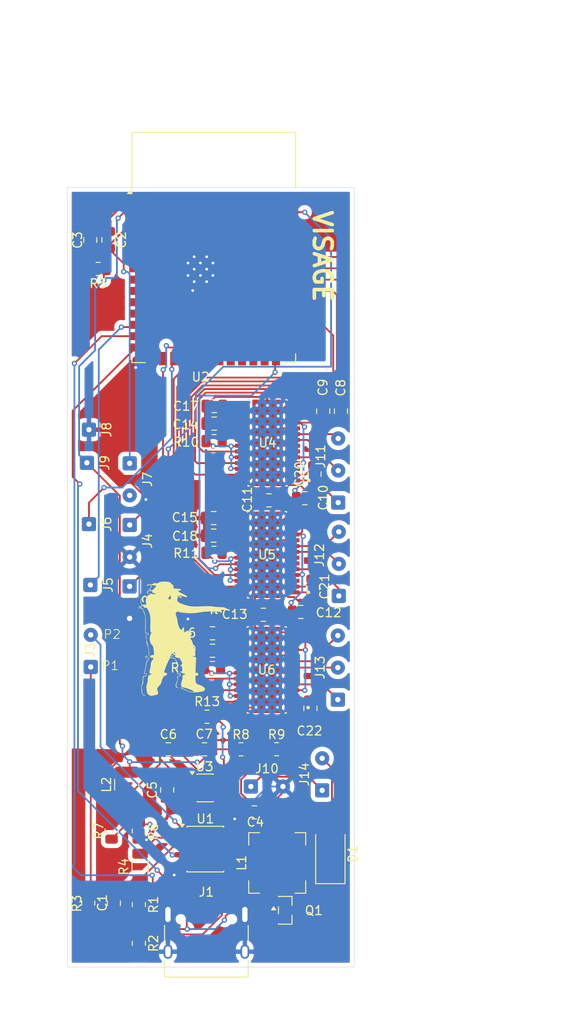
<source format=kicad_pcb>
(kicad_pcb (version 20241229) (generator "pcbnew") (generator_version "9.0")
  (title_block (title "Custom Gimbal PCB") (rev "1.5"))
  (layers (0 "F.Cu" signal) (2 "B.Cu" signal) (13 "F.Paste" user) (15 "B.Paste" user) (5 "F.SilkS" user "F.Silkscreen") (7 "B.SilkS" user "B.Silkscreen") (1 "F.Mask" user) (3 "B.Mask" user) (25 "Edge.Cuts" user))
  (net 0 "")
  (net 1 "GND")
  (net 2 "/+3V3")
  (net 3 "Net-(J6-Pin_1)")
  (net 4 "VM")
  (net 5 "Net-(J7-Pin_1)")
  (net 6 "/D-")
  (net 7 "/D+")
  (net 8 "Net-(J3-Pin_1)")
  (net 9 "Net-(J4-Pin_1)")
  (net 10 "Net-(J5-Pin_1)")
  (net 11 "Net-(J13-Pin_1)")
  (net 12 "/DRV8313-1/+3V3")
  (net 13 "Net-(U6-~{RESET})")
  (net 14 "/DRV8313-2/+3V3")
  (net 15 "/DRV8313-3/+3V3")
  (net 16 "/GPIO-38")
  (net 17 "Net-(U4-V3P3)")
  (net 20 "Net-(U4-CPH)")
  (net 24 "Net-(U4-CPL)")
  (net 26 "/GPIO-42")
  (net 27 "/GPIO-41")
  (net 28 "/GPIO-40")
  (net 29 "/GPIO-39")
  (net 30 "/GPIO-45")
  (net 31 "/GPIO-18")
  (net 32 "/GPIO-20")
  (net 33 "/GPIO-19")
  (net 34 "Net-(U1-CE)")
  (net 35 "Net-(J13-Pin_2)")
  (net 36 "Net-(U1-CSN)")
  (net 37 "Net-(Q1-G)")
  (net 38 "Net-(U1-BAT)")
  (net 40 "Net-(U3-SW)")
  (net 41 "Net-(U3-VBST)")
  (net 42 "Net-(D1-K)")
  (net 43 "Net-(J1-CC2)")
  (net 44 "Net-(J1-CC1)")
  (net 45 "Net-(J2-Pin_1)")
  (net 47 "Net-(J11-Pin_2)")
  (net 48 "Net-(J11-Pin_3)")
  (net 49 "Net-(J11-Pin_1)")
  (net 50 "Net-(J12-Pin_1)")
  (net 51 "Net-(J12-Pin_2)")
  (net 52 "Net-(J12-Pin_3)")
  (net 53 "Net-(J13-Pin_3)")
  (net 54 "Net-(U3-VFB)")
  (net 55 "Net-(U4-~{RESET})")
  (net 56 "Net-(U5-~{RESET})")
  (net 80 "Net-(U5-CPH)")
  (net 85 "Net-(U5-CPL)")
  (net 86 "Net-(U5-V3P3)")
  (net 89 "Net-(U6-CPH)")
  (net 93 "Net-(U6-V3P3)")
  (net 95 "Net-(U6-CPL)")
  (net 96 "Net-(J3-Pin_2)")
  (net 97 "/+12.6V LIVE")
  (net 98 "Net-(U3-EN)")
  (net 99 "Net-(J10-Pin_1)")
  (footprint "Resistor_SMD:R_0805_2012Metric" (layer "F.Cu") (at 64.47 100.84)
    (property "Reference" "R9")
    (property "Value" "3kR")
  )
  (footprint "Capacitor_SMD:C_0805_2012Metric" (layer "F.Cu") (at 62.98 85.74)
    (property "Reference" "C13")
    (property "Value" "10uF")
  )
  (footprint "Resistor_SMD:R_0805_2012Metric" (layer "F.Cu") (at 57.26 91.72)
    (property "Reference" "R12")
    (property "Value" "10kR")
  )
  (footprint "Diode_SMD:D_SMA" (layer "F.Cu") (at 70.51 112.43 90)
    (property "Reference" "D1")
    (property "Value" "SS34")
  )
  (footprint "Connector_Wire:SolderWire-0.1sqmm_1x01_D0.4mm_OD1mm" (layer "F.Cu") (at 43.38 75.56 -90)
    (property "Reference" "J6")
    (property "Value" "U5-DATA")
  )
  (footprint "Capacitor_SMD:C_0805_2012Metric" (layer "F.Cu") (at 67.64 72.65)
    (property "Reference" "C10")
    (property "Value" "0.1uF")
  )
  (footprint "Resistor_SMD:R_0805_2012Metric" (layer "F.Cu") (at 57.44 66.24)
    (property "Reference" "R10")
    (property "Value" "10kR")
  )
  (footprint "Capacitor_SMD:C_0805_2012Metric" (layer "F.Cu") (at 46.18 118.14 90)
    (property "Reference" "C1")
    (property "Value" "10uF")
  )
  (footprint "Resistor_SMD:R_0805_2012Metric" (layer "F.Cu") (at 60.4725 100.85)
    (property "Reference" "R8")
    (property "Value" "10kR")
  )
  (footprint "Capacitor_SMD:C_0805_2012Metric" (layer "F.Cu") (at 57.46 64.27 180)
    (property "Reference" "C14")
    (property "Value" "10uF")
  )
  (footprint "Capacitor_SMD:C_0805_2012Metric" (layer "F.Cu") (at 57.26 89.78 180)
    (property "Reference" "C19")
    (property "Value" "100nF")
  )
  (footprint "DRV8313PWP:SOP65P640X120-29N" (layer "F.Cu") (at 63.39 79 180)
    (property "Reference" "U5")
    (property "Value" "DRV8313PWP")
  )
  (footprint "Package_TO_SOT_SMD:SOT-23" (layer "F.Cu") (at 65.4375 118.93)
    (property "Reference" "Q1")
    (property "Value" "AO3400A")
  )
  (footprint "Connector_Wire:SolderWire-0.1sqmm_1x02_P3.6mm_D0.4mm_OD1mm" (layer "F.Cu") (at 61.58 105.03)
    (property "Reference" "J10")
    (property "Value" "BATTERY")
  )
  (footprint "Resistor_SMD:R_0805_2012Metric" (layer "F.Cu") (at 44.41 46.9 180)
    (property "Reference" "R5")
    (property "Value" "10kR")
  )
  (footprint "Capacitor_SMD:C_0805_2012Metric" (layer "F.Cu") (at 52.31 100.85)
    (property "Reference" "C6")
    (property "Value" "0.1uF")
  )
  (footprint "Capacitor_SMD:C_0805_2012Metric" (layer "F.Cu") (at 57.47 62.3 180)
    (property "Reference" "C17")
    (property "Value" "100nF")
  )
  (footprint "Connector_Wire:SolderWire-0.1sqmm_1x01_D0.4mm_OD1mm" (layer "F.Cu") (at 43.15 68.67 -90)
    (property "Reference" "J9")
    (property "Value" "+3V3 IMU")
  )
  (footprint "Capacitor_SMD:C_0805_2012Metric" (layer "F.Cu") (at 67.18 85.42)
    (property "Reference" "C12")
    (property "Value" "0.1uF")
  )
  (footprint "Capacitor_SMD:C_0805_2012Metric" (layer "F.Cu") (at 56.36 100.85 180)
    (property "Reference" "C7")
    (property "Value" "22uF")
  )
  (footprint "Capacitor_SMD:C_0805_2012Metric" (layer "F.Cu") (at 71.7 62.88 90)
    (property "Reference" "C8")
    (property "Value" "0.1uF")
  )
  (footprint "Resistor_SMD:R_0805_2012Metric" (layer "F.Cu") (at 43.3 118.1175 90)
    (property "Reference" "R3")
    (property "Value" "1kR")
  )
  (footprint "Capacitor_SMD:C_0805_2012Metric" (layer "F.Cu") (at 63.61 72.89)
    (property "Reference" "C11")
    (property "Value" "10uF")
  )
  (footprint "Connector_Wire:SolderWire-0.1sqmm_1x02_P3.6mm_D0.4mm_OD1mm" (layer "F.Cu") (at 69.59 105.46 90)
    (property "Reference" "J14")
    (property "Value" "POWER")
  )
  (footprint "Connector_Wire:SolderWire-0.1sqmm_1x03_P3.6mm_D0.4mm_OD1mm" (layer "F.Cu") (at 71.35 95.27 90)
    (property "Reference" "J13")
    (property "Value" "MOTOR")
  )
  (footprint "Connector_Wire:SolderWire-0.1sqmm_1x02_P3.6mm_D0.4mm_OD1mm" (layer "F.Cu") (at 47.96 75.65 -90)
    (property "Reference" "J4")
    (property "Value" "BOOT")
  )
  (footprint "Connector_Wire:SolderWire-0.1sqmm_1x01_D0.4mm_OD1mm" (layer "F.Cu") (at 43.38 64.95 -90)
    (property "Reference" "J8")
    (property "Value" "GND IMU")
  )
  (footprint "LOGO" (layer "F.Cu") (at 52.54 88.5)
    (property "Reference" "G***")
    (property "Value" "LOGO" (hide yes))
  )
  (footprint "DRV8313PWP:SOP65P640X120-29N" (layer "F.Cu") (at 63.36 91.935 180)
    (property "Reference" "U6")
    (property "Value" "DRV8313PWP")
  )
  (footprint "DRV8313PWP:SOP65P640X120-29N" (layer "F.Cu") (at 63.45 66.43 180)
    (property "Reference" "U4")
    (property "Value" "DRV8313PWP")
  )
  (footprint "Resistor_SMD:R_0805_2012Metric" (layer "F.Cu") (at 57.43 78.78)
    (property "Reference" "R11")
    (property "Value" "10kR")
  )
  (footprint "Package_SO:SOIC-8_3.9x4.9mm_P1.27mm" (layer "F.Cu") (at 56.46 112.06)
    (property "Reference" "U1")
    (property "Value" "CN3303")
  )
  (footprint "Capacitor_SMD:C_0805_2012Metric" (layer "F.Cu") (at 69.71 62.88 -90)
    (property "Reference" "C9")
    (property "Value" "10uF")
  )
  (footprint "Connector_Wire:SolderWire-0.1sqmm_1x03_P3.6mm_D0.4mm_OD1mm" (layer "F.Cu") (at 71.46 83.62 90)
    (property "Reference" "J12")
    (property "Value" "MOTOR")
  )
  (footprint "Capacitor_SMD:C_0805_2012Metric" (layer "F.Cu") (at 52.17 105.41 90)
    (property "Reference" "C5")
    (property "Value" "10uF")
  )
  (footprint "Connector_Wire:SolderWire-0.1sqmm_1x02_P3.6mm_D0.4mm_OD1mm" (layer "F.Cu") (at 47.96 68.73 -90)
    (property "Reference" "J7")
    (property "Value" "RESET")
  )
  (footprint "Capacitor_SMD:C_0805_2012Metric" (layer "F.Cu") (at 43.53 43.65 90)
    (property "Reference" "C3")
    (property "Value" "0.1uF")
  )
  (footprint "Inductor_SMD:L_Bourns-SRN6028" (layer "F.Cu") (at 64.54 113.61 -90)
    (property "Reference" "L1")
    (property "Value" "10uH")
  )
  (footprint "Capacitor_SMD:C_0805_2012Metric" (layer "F.Cu") (at 68.54 82.68 90)
    (property "Reference" "C21")
    (property "Value" "100nF")
  )
  (footprint "Capacitor_SMD:C_0805_2012Metric" (layer "F.Cu") (at 61.97 107.94)
    (property "Reference" "C4")
    (property "Value" "22uF")
  )
  (footprint "Capacitor_SMD:C_0805_2012Metric" (layer "F.Cu") (at 57.27 87.82 180)
    (property "Reference" "C16")
    (property "Value" "10uF")
  )
  (footprint "Resistor_SMD:R_0805_2012Metric" (layer "F.Cu") (at 48.98 110.03 -90)
    (property "Reference" "R6")
    (property "Value" "105kR")
  )
  (footprint "Resistor_SMD:R_0805_2012Metric_Pad1.20x1.40mm_HandSolder" (layer "F.Cu") (at 48.99 118.29 -90)
    (property "Reference" "R1")
    (property "Value" "5.1kR")
  )
  (footprint "Capacitor_SMD:C_0805_2012Metric" (layer "F.Cu") (at 57.4 76.85 180)
    (property "Reference" "C18")
    (property "Value" "100nF")
  )
  (footprint "Capacitor_SMD:C_0805_2012Metric" (layer "F.Cu") (at 68.27 96.25 90)
    (property "Reference" "C22")
    (property "Value" "100nF")
  )
  (footprint "Connector_Wire:SolderWire-0.1sqmm_1x02_P3.6mm_D0.4mm_OD1mm" (layer "F.Cu") (at 43.58 91.6 90)
    (property "Reference" "J3")
    (property "Value" "LED")
  )
  (footprint "Package_TO_SOT_SMD:SOT-23-6" (layer "F.Cu") (at 56.44 105.1875)
    (property "Reference" "U3")
    (property "Value" "TPS563200")
  )
  (footprint "Resistor_SMD:R_0805_2012Metric_Pad1.20x1.40mm_HandSolder" (layer "F.Cu") (at 48.99 122.64 -90)
    (property "Reference" "R2")
    (property "Value" "5.1kR")
  )
  (footprint "Connector_Wire:SolderWire-0.1sqmm_1x02_P3.6mm_D0.4mm_OD1mm" (layer "F.Cu") (at 47.95 82.55 -90)
    (property "Reference" "J2")
    (property "Value" "MODE")
  )
  (footprint "RF_Module:ESP32-S3-WROOM-1" (layer "F.Cu") (at 57.41 44.47)
    (property "Reference" "U2")
    (property "Value" "ESP32-S3-WROOM-1")
  )
  (footprint "Resistor_SMD:R_0805_2012Metric" (layer "F.Cu") (at 56.65 97.19 180)
    (property "Reference" "R13")
    (property "Value" "100kR")
  )
  (footprint "Capacitor_SMD:C_0805_2012Metric" (layer "F.Cu") (at 45.58 43.64 90)
    (property "Reference" "C2")
    (property "Value" "1uF")
  )
  (footprint "Resistor_SMD:R_0805_2012Metric" (layer "F.Cu") (at 45.92 110.0225 90)
    (property "Reference" "R7")
    (property "Value" "1MR")
  )
  (footprint "Connector_Wire:SolderWire-0.1sqmm_1x03_P3.6mm_D0.4mm_OD1mm" (layer "F.Cu") (at 71.39 73.14 90)
    (property "Reference" "J11")
    (property "Value" "MOTOR")
  )
  (footprint "Connector_Wire:SolderWire-0.1sqmm_1x01_D0.4mm_OD1mm" (layer "F.Cu") (at 43.54 82.39 -90)
    (property "Reference" "J5")
    (property "Value" "U5-CLOCK")
  )
  (footprint "Inductor_SMD:L_1210_3225Metric" (layer "F.Cu") (at 47.63 104.82 90)
    (property "Reference" "L2")
    (property "Value" "3.3uH")
  )
  (footprint "Capacitor_SMD:C_0805_2012Metric" (layer "F.Cu") (at 57.4 74.88 180)
    (property "Reference" "C15")
    (property "Value" "10uF")
  )
  (footprint "Capacitor_SMD:C_0805_2012Metric" (layer "F.Cu") (at 68.73 69.94 90)
    (property "Reference" "C20")
    (property "Value" "100nF")
  )
  (footprint "Connector_USB:USB_C_Receptacle_HRO_TYPE-C-31-M-12" (layer "F.Cu") (at 56.58 122.53)
    (property "Reference" "J1")
    (property "Value" "USB_C_Receptacle_USB2.0_14P")
  )
  (footprint "Resistor_SMD:R_1206_3216Metric" (layer "F.Cu") (at 49.13 114.0375 90)
    (property "Reference" "R4")
    (property "Value" "0.1R")
  )
  (gr_rect (start 40.95 37.74) (end 73.2 125.31) (stroke (width 0.05)) (fill no) (layer "Edge.Cuts"))
  (gr_text "P1\n" (at 44.74 92.03 0) (layer "F.SilkS") (effects (font (size 1 1) (thickness 0.1)) (justify left bottom)))
  (gr_text "P2" (at 44.94 88.52 0) (layer "F.SilkS") (effects (font (size 1 1) (thickness 0.1)) (justify left bottom)))
  (gr_text "VISAGE" (at 68.44 40.12 270) (layer "F.SilkS") (effects (font (size 2.016 2.016) (thickness 0.4032) (bold yes)) (justify left bottom)))
  (segment (start 45.58 42.69) (end 45.58 41.34) (width 0.2) (layer "F.Cu") (net 1))
  (segment (start 66.26 90.31) (end 64.985 90.31) (width 0.2) (layer "F.Cu") (net 1))
  (segment (start 50.34 39.21) (end 48.66 39.21) (width 0.2) (layer "F.Cu") (net 1))
  (segment (start 52.17 106.36) (end 54.48 108.67) (width 0.2) (layer "F.Cu") (net 1))
  (segment (start 52.77484 99.824) (end 52.459 100.13984) (width 0.2) (layer "F.Cu") (net 1))
  (segment (start 67.121 71.181) (end 65.500434 71.181) (width 0.2) (layer "F.Cu") (net 1))
  (segment (start 69.71 61.93) (end 66.625 61.93) (width 0.2) (layer "F.Cu") (net 1))
  (segment (start 56.31 87.83) (end 56.32 87.82) (width 0.2) (layer "F.Cu") (net 1))
  (segment (start 65.075 64.805) (end 63.45 66.43) (width 0.2) (layer "F.Cu") (net 1))
  (segment (start 60.55 70.655) (end 61.299999 70.655) (width 0.2) (layer "F.Cu") (net 1))
  (segment (start 43.38 63.24) (end 48.65 57.97) (width 0.2) (layer "F.Cu") (net 1))
  (segment (start 66.35 66.755) (end 64.925 66.755) (width 0.2) (layer "F.Cu") (net 1))
  (segment (start 68.13 85.42) (end 66.461 83.751) (width 0.2) (layer "F.Cu") (net 1))
  (segment (start 43.38 64.95) (end 43.38 63.24) (width 0.2) (layer "F.Cu") (net 1))
  (segment (start 55.91 44.78) (end 50.34 39.21) (width 0.2) (layer "F.Cu") (net 1))
  (segment (start 60.46 96.16) (end 62.135 96.16) (width 0.2) (layer "F.Cu") (net 1))
  (segment (start 49.1 119.4) (end 48.99 119.29) (width 0.2) (layer "F.Cu") (net 1))
  (segment (start 65.015 77.375) (end 63.39 79) (width 0.2) (layer "F.Cu") (net 1))
  (segment (start 63.39 76.925001) (end 63.39 79) (width 0.2) (layer "F.Cu") (net 1))
  (segment (start 43.53 42.7) (end 45.57 42.7) (width 0.2) (layer "F.Cu") (net 1))
  (segment (start 63.39 81.700566) (end 63.39 79) (width 0.2) (layer "F.Cu") (net 1))
  (segment (start 62.66 72.89) (end 62.66 67.22) (width 0.2) (layer "F.Cu") (net 1))
  (segment (start 55.41 100.85) (end 54.384 99.824) (width 0.2) (layer "F.Cu") (net 1))
  (segment (start 56.31 88.21884) (end 58.78884 85.74) (width 0.2) (layer "F.Cu") (net 1))
  (segment (start 62.66 78.27) (end 63.39 79) (width 0.2) (layer "F.Cu") (net 1))
  (segment (start 46.38 119.29) (end 46.18 119.09) (width 0.2) (layer "F.Cu") (net 1))
  (segment (start 60.46 96.16) (end 60.46 99.674) (width 0.2) (layer "F.Cu") (net 1))
  (segment (start 66.625 61.93) (end 66.35 62.205) (width 0.2) (layer "F.Cu") (net 1))
  (segment (start 48.99 123.64) (end 52.2 123.64) (width 0.2) (layer "F.Cu") (net 1))
  (segment (start 47.71 39.21) (end 48.66 39.21) (width 0.2) (layer "F.Cu") (net 1))
  (segment (start 55.04 48.5) (end 55.91 47.63) (width 0.2) (layer "F.Cu") (net 1))
  (segment (start 62.88284 101.841) (end 64.3815 101.841) (width 0.2) (layer "F.Cu") (net 1))
  (segment (start 63.45 68.504999) (end 63.45 66.43) (width 0.2) (layer "F.Cu") (net 1))
  (segment (start 60.46 99.674) (end 60.61 99.824) (width 0.2) (layer "F.Cu") (net 1))
  (segment (start 60.479 104.24484) (end 62.88284 101.841) (width 0.2) (layer "F.Cu") (net 1))
  (segment (start 66.26 92.26) (end 64.835 92.26) (width 0.2) (layer "F.Cu") (net 1))
  (segment (start 56.52 62.3) (end 57.546 61.274) (width 0.2) (layer "F.Cu") (net 1))
  (segment (start 60.61 99.824) (end 64.3665 99.824) (width 0.2) (layer "F.Cu") (net 1))
  (segment (start 52.2 123.64) (end 52.26 123.58) (width 0.2) (layer "F.Cu") (net 1))
  (segment (start 60.9 119.4) (end 64.02 119.4) (width 0.2) (layer "F.Cu") (net 1))
  (segment (start 64.985 90.31) (end 63.36 91.935) (width 0.2) (layer "F.Cu") (net 1))
  (segment (start 57.546 61.274) (end 63.159 61.274) (width 0.2) (layer "F.Cu") (net 1))
  (segment (start 65.18 105.68) (end 65.18 105.03) (width 0.2) (layer "F.Cu") (net 1))
  (segment (start 68.59 72.65) (end 67.121 71.181) (width 0.2) (layer "F.Cu") (net 1))
  (segment (start 66.35 62.205) (end 65.600001 62.205) (width 0.2) (layer "F.Cu") (net 1))
  (segment (start 64.585 87.71) (end 64.56 87.735) (width 0.2) (layer "F.Cu") (net 1))
  (segment (start 65.500434 71.181) (end 63.45 69.130566) (width 0.2) (layer "F.Cu") (net 1))
  (segment (start 52.459 100.13984) (end 52.459 101.56016) (width 0.2) (layer "F.Cu") (net 1))
  (segment (start 62.92 107.94) (end 62.60384 107.94) (width 0.2) (layer "F.Cu") (net 1))
  (segment (start 63.715 79.325) (end 63.39 79) (width 0.2) (layer "F.Cu") (net 1))
  (segment (start 69.71 61.93) (end 71.7 61.93) (width 0.2) (layer "F.Cu") (net 1))
  (segment (start 62.03 85.74) (end 62.03 90.605) (width 0.2) (layer "F.Cu") (net 1))
  (segment (start 56.31 89.78) (end 56.31 87.83) (width 0.2) (layer "F.Cu") (net 1))
  (segment (start 55.04 49.33) (end 55.04 48.5) (width 0.2) (layer "F.Cu") (net 1))
  (segment (start 54.48 108.67) (end 59.76 108.67) (width 0.2) (layer "F.Cu") (net 1))
  (segment (start 66.26 92.91) (end 64.335 92.91) (width 0.2) (layer "F.Cu") (net 1))
  (segment (start 49.050735 111.013235) (end 48.98 110.9425) (width 0.2) (layer "F.Cu") (net 1))
  (segment (start 65.025 67.405) (end 64.65 67.03) (width 0.2) (layer "F.Cu") (net 1))
  (segment (start 54.71 86.21) (end 54.5 86.21) (width 0.2) (layer "F.Cu") (net 1))
  (segment (start 60.745 119.4) (end 59.83 118.485) (width 0.2) (layer "F.Cu") (net 1))
  (segment (start 58.78884 85.74) (end 62.03 85.74) (width 0.2) (layer "F.Cu") (net 1))
  (segment (start 52.17 108.4525) (end 49.68 110.9425) (width 0.2) (layer "F.Cu") (net 1))
  (segment (start 62.60384 107.94) (end 60.479 105.81516) (width 0.2) (layer "F.Cu") (net 1))
  (segment (start 61.299999 70.655) (end 63.45 68.504999) (width 0.2) (layer "F.Cu") (net 1))
  (segment (start 56.45 74.88) (end 58.44 72.89) (width 0.2) (layer "F.Cu") (net 1))
  (segment (start 52.96 114.97) (end 52.98 114.97) (width 0.2) (layer "F.Cu") (net 1))
  (segment (start 63.45 61.565) (end 63.45 66.43) (width 0.2) (layer "F.Cu") (net 1))
  (segment (start 45.58 41.34) (end 47.71 39.21) (width 0.2) (layer "F.Cu") (net 1))
  (segment (start 64.835 92.26) (end 64.56 92.535) (width 0.2) (layer "F.Cu") (net 1))
  (segment (start 60.46 90.96) (end 62.385 90.96) (width 0.2) (layer "F.Cu") (net 1))
  (segment (start 60.479 105.81516) (end 60.479 104.24484) (width 0.2) (layer "F.Cu") (net 1))
  (segment (start 49.843235 111.013235) (end 49.050735 111.013235) (width 0.2) (layer "F.Cu") (net 1))
  (segment (start 56.52 62.3) (end 56.52 64.26) (width 0.2) (layer "F.Cu") (net 1))
  (segment (start 64.33 39.21) (end 66.16 39.21) (width 0.2) (layer "F.Cu") (net 1))
  (segment (start 63.39 81.074999) (end 63.39 79) (width 0.2) (layer "F.Cu") (net 1))
  (segment (start 60.55 65.455) (end 62.475 65.455) (width 0.2) (layer "F.Cu") (net 1))
  (segment (start 52.26 119.4) (end 52.415 119.4) (width 0.2) (layer "F.Cu") (net 1))
  (segment (start 48.99 119.29) (end 46.38 119.29) (width 0.2) (layer "F.Cu") (net 1))
  (segment (start 62.92 107.94) (end 65.18 105.68) (width 0.2) (layer "F.Cu") (net 1))
  (segment (start 65.440434 83.751) (end 63.39 81.700566) (width 0.2) (layer "F.Cu") (net 1))
  (segment (start 45.57 42.7) (end 45.58 42.69) (width 0.2) (layer "F.Cu") (net 1))
  (segment (start 66.26 87.71) (end 64.585 87.71) (width 0.2) (layer "F.Cu") (net 1))
  (segment (start 66.29 79.325) (end 63.715 79.325) (width 0.2) (layer "F.Cu") (net 1))
  (segment (start 62.66 67.22) (end 63.45 66.43) (width 0.2) (layer "F.Cu") (net 1))
  (segment (start 62.03 80.36) (end 63.39 79) (width 0.2) (layer "F.Cu") (net 1))
  (segment (start 64.02 119.4) (end 64.5 119.88) (width 0.2) (layer "F.Cu") (net 1))
  (segment (start 60.9 119.4) (end 60.745 119.4) (width 0.2) (layer "F.Cu") (net 1))
  (segment (start 62.03 90.605) (end 63.36 91.935) (width 0.2) (layer "F.Cu") (net 1))
  (segment (start 56.31 89.78) (end 56.31 88.21884) (width 0.2) (layer "F.Cu") (net 1))
  (segment (start 65.600001 62.205) (end 63.45 64.355001) (width 0.2) (layer "F.Cu") (net 1))
  (segment (start 60.9 119.4) (end 60.9 123.58) (width 0.2) (layer "F.Cu") (net 1))
  (segment (start 52.17 106.36) (end 52.17 108.4525) (width 0.2) (layer "F.Cu") (net 1))
  (segment (start 49.68 110.9425) (end 48.98 110.9425) (width 0.2) (layer "F.Cu") (net 1))
  (segment (start 52.459 101.56016) (end 55.13634 104.2375) (width 0.2) (layer "F.Cu") (net 1))
  (segment (start 55.13634 104.2375) (end 55.3025 104.2375) (width 0.2) (layer "F.Cu") (net 1))
  (segment (start 66.29 74.775) (end 65.540001 74.775) (width 0.2) (layer "F.Cu") (net 1))
  (segment (start 64.3665 99.824) (end 65.3825 100.84) (width 0.2) (layer "F.Cu") (net 1))
  (segment (start 62.03 85.74) (end 62.03 80.36) (width 0.2) (layer "F.Cu") (net 1))
  (segment (start 56.436 99.824) (end 60.61 99.824) (width 0.2) (layer "F.Cu") (net 1))
  (segment (start 62.385 90.96) (end 63.36 91.935) (width 0.2) (layer "F.Cu") (net 1))
  (segment (start 63.45 64.355001) (end 63.45 66.43) (width 0.2) (layer "F.Cu") (net 1))
  (segment (start 64.3815 101.841) (end 65.3825 100.84) (width 0.2) (layer "F.Cu") (net 1))
  (segment (start 64.925 66.755) (end 64.65 67.03) (width 0.2) (layer "F.Cu") (net 1))
  (segment (start 43.38 64.95) (end 43.38 66.1829) (width 0.2) (layer "F.Cu") (net 1))
  (segment (start 66.35 64.805) (end 65.075 64.805) (width 0.2) (layer "F.Cu") (net 1))
  (segment (start 60.49 78.025) (end 62.415 78.025) (width 0.2) (layer "F.Cu") (net 1))
  (segment (start 65.540001 74.775) (end 63.39 76.925001) (width 0.2) (layer "F.Cu") (net 1))
  (segment (start 60.9 123.58) (end 52.26 123.58) (width 0.2) (layer "F.Cu") (net 1))
  (segment (start 58.44 72.89) (end 62.66 72.89) (width 0.2) (layer "F.Cu") (net 1))
  (segment (start 62.135 96.16) (end 62.16 96.135) (width 0.2) (layer "F.Cu") (net 1))
  (segment (start 55.91 46.93) (end 55.91 44.78) (width 0.2) (layer "F.Cu") (net 1))
  (segment (start 62.66 72.89) (end 62.66 78.27) (width 0.2) (layer "F.Cu") (net 1))
  (segment (start 66.35 67.405) (end 65.025 67.405) (width 0.2) (layer "F.Cu") (net 1))
  (segment (start 56.61 46.93) (end 64.33 39.21) (width 0.2) (layer "F.Cu") (net 1))
  (segment (start 52.415 119.4) (end 53.33 118.485) (width 0.2) (layer "F.Cu") (net 1))
  (segment (start 49.78 72.5829) (end 49.78 72.8) (width 0.2) (layer "F.Cu") (net 1))
  (segment (start 56.45 76.85) (end 56.45 74.88) (width 0.2) (layer "F.Cu") (net 1))
  (segment (start 64.335 92.91) (end 63.36 91.935) (width 0.2) (layer "F.Cu") (net 1))
  (segment (start 55.41 100.85) (end 56.436 99.824) (width 0.2) (layer "F.Cu") (net 1))
  (segment (start 52.26 119.4) (end 49.1 119.4) (width 0.2) (layer "F.Cu") (net 1))
  (segment (start 54.384 99.824) (end 52.77484 99.824) (width 0.2) (layer "F.Cu") (net 1))
  (segment (start 52.98 114.97) (end 53.985 113.965) (width 0.2) (layer "F.Cu") (net 1))
  (segment (start 63.159 61.274) (end 63.45 61.565) (width 0.2) (layer "F.Cu") (net 1))
  (segment (start 62.475 65.455) (end 63.45 66.43) (width 0.2) (layer "F.Cu") (net 1))
  (segment (start 56.52 64.26) (end 56.51 64.27) (width 0.2) (layer "F.Cu") (net 1))
  (segment (start 63.45 69.130566) (end 63.45 66.43) (width 0.2) (layer "F.Cu") (net 1))
  (segment (start 66.461 83.751) (end 65.440434 83.751) (width 0.2) (layer "F.Cu") (net 1))
  (segment (start 61.239999 83.225) (end 63.39 81.074999) (width 0.2) (layer "F.Cu") (net 1))
  (segment (start 66.29 79.975) (end 66.29 79.325) (width 0.2) (layer "F.Cu") (net 1))
  (segment (start 56.32 87.82) (end 54.71 86.21) (width 0.2) (layer "F.Cu") (net 1))
  (segment (start 43.38 66.1829) (end 49.78 72.5829) (width 0.2) (layer "F.Cu") (net 1))
  (segment (start 66.29 77.375) (end 65.015 77.375) (width 0.2) (layer "F.Cu") (net 1))
  (segment (start 60.49 83.225) (end 61.239999 83.225) (width 0.2) (layer "F.Cu") (net 1))
  (segment (start 62.415 78.025) (end 63.39 79) (width 0.2) (layer "F.Cu") (net 1))
  (via (at 52.96 114.97) (size 0.6) (drill 0.3) (layers "F.Cu" "B.Cu") (net 1))
  (via (at 49.843235 111.013235) (size 0.6) (drill 0.3) (layers "F.Cu" "B.Cu") (net 1))
  (via (at 59.76 108.67) (size 0.6) (drill 0.3) (layers "F.Cu" "B.Cu") (net 1))
  (via (at 54.5 86.21) (size 0.6) (drill 0.3) (layers "F.Cu" "B.Cu") (net 1))
  (via (at 55.04 49.33) (size 0.6) (drill 0.3) (layers "F.Cu" "B.Cu") (net 1))
  (via (at 49.78 72.8) (size 0.6) (drill 0.3) (layers "F.Cu" "B.Cu") (net 1))
  (via (at 48.65 57.97) (size 0.6) (drill 0.3) (layers "F.Cu" "B.Cu") (net 1))
  (segment (start 47.95 86.15) (end 49.051 85.049) (width 0.2) (layer "B.Cu") (net 1))
  (segment (start 48.65 55.72) (end 55.04 49.33) (width 0.2) (layer "B.Cu") (net 1))
  (segment (start 52.26 119.4) (end 52.26 115.67) (width 0.2) (layer "B.Cu") (net 1))
  (segment (start 54.5 86.21) (end 54.44 86.15) (width 0.2) (layer "B.Cu") (net 1))
  (segment (start 52.96 114.97) (end 49.843235 111.853235) (width 0.2) (layer "B.Cu") (net 1))
  (segment (start 49.78 77.43) (end 47.96 79.25) (width 0.2) (layer "B.Cu") (net 1))
  (segment (start 52.26 123.58) (end 52.26 119.4) (width 0.2) (layer "B.Cu") (net 1))
  (segment (start 49.051 85.049) (end 49.051 80.341) (width 0.2) (layer "B.Cu") (net 1))
  (segment (start 54.44 86.15) (end 47.95 86.15) (width 0.2) (layer "B.Cu") (net 1))
  (segment (start 49.78 72.8) (end 49.78 77.43) (width 0.2) (layer "B.Cu") (net 1))
  (segment (start 59.76 108.67) (end 59.82616 108.67) (width 0.2) (layer "B.Cu") (net 1))
  (segment (start 63.46616 105.03) (end 65.18 105.03) (width 0.2) (layer "B.Cu") (net 1))
  (segment (start 48.65 57.97) (end 48.65 55.72) (width 0.2) (layer "B.Cu") (net 1))
  (segment (start 49.843235 111.853235) (end 49.843235 111.013235) (width 0.2) (layer "B.Cu") (net 1))
  (segment (start 49.051 80.341) (end 47.96 79.25) (width 0.2) (layer "B.Cu") (net 1))
  (segment (start 52.26 115.67) (end 52.96 114.97) (width 0.2) (layer "B.Cu") (net 1))
  (segment (start 59.82616 108.67) (end 63.46616 105.03) (width 0.2) (layer "B.Cu") (net 1))
  (segment (start 48.66 40.48) (end 47.38 40.48) (width 0.2) (layer "F.Cu") (net 2))
  (segment (start 46.849 100.189) (end 47.15 100.49) (width 0.2) (layer "F.Cu") (net 2))
  (segment (start 47.96 103.09) (end 47.63 103.42) (width 0.2) (layer "F.Cu") (net 2))
  (segment (start 47.38 40.48) (end 46.66 41.2) (width 0.2) (layer "F.Cu") (net 2))
  (segment (start 46.849 72.369) (end 46.849 100.189) (width 0.2) (layer "F.Cu") (net 2))
  (segment (start 47.96 102.26) (end 47.96 103.09) (width 0.2) (layer "F.Cu") (net 2))
  (segment (start 45.06 47.1625) (end 45.3225 46.9) (width 0.2) (layer "F.Cu") (net 2))
  (segment (start 57.31 100.85) (end 59.56 100.85) (width 0.2) (layer "F.Cu") (net 2))
  (segment (start 55.864265 102.295735) (end 55.554265 102.295735) (width 0.2) (layer "F.Cu") (net 2))
  (segment (start 57.31 100.85) (end 55.864265 102.295735) (width 0.2) (layer "F.Cu") (net 2))
  (segment (start 43.15 68.67) (end 46.849 72.369) (width 0.2) (layer "F.Cu") (net 2))
  (segment (start 45.06 48.19) (end 45.06 47.1625) (width 0.2) (layer "F.Cu") (net 2))
  (via (at 46.66 41.2) (size 0.6) (drill 0.3) (layers "F.Cu" "B.Cu") (net 2))
  (via (at 47.96 102.26) (size 0.6) (drill 0.3) (layers "F.Cu" "B.Cu") (net 2))
  (via (at 47.15 100.49) (size 0.6) (drill 0.3) (layers "F.Cu" "B.Cu") (net 2))
  (via (at 55.554265 102.295735) (size 0.6) (drill 0.3) (layers "F.Cu" "B.Cu") (net 2))
  (via (at 45.06 48.19) (size 0.6) (drill 0.3) (layers "F.Cu" "B.Cu") (net 2))
  (segment (start 44.08 56.029943) (end 44.08 49.17) (width 0.2) (layer "B.Cu") (net 2))
  (segment (start 42.279 57.830943) (end 44.08 56.029943) (width 0.2) (layer "B.Cu") (net 2))
  (segment (start 47.15 100.49) (end 47.15 101.45) (width 0.2) (layer "B.Cu") (net 2))
  (segment (start 47.995735 102.295735) (end 47.96 102.26) (width 0.2) (layer "B.Cu") (net 2))
  (segment (start 55.554265 102.295735) (end 47.995735 102.295735) (width 0.2) (layer "B.Cu") (net 2))
  (segment (start 46.52 41.34) (end 46.52 47.91) (width 0.2) (layer "B.Cu") (net 2))
  (segment (start 42.279 67.799) (end 42.279 57.830943) (width 0.2) (layer "B.Cu") (net 2))
  (segment (start 43.15 68.67) (end 42.279 67.799) (width 0.2) (layer "B.Cu") (net 2))
  (segment (start 46.66 41.2) (end 46.52 41.34) (width 0.2) (layer "B.Cu") (net 2))
  (segment (start 46.52 47.91) (end 45.34 47.91) (width 0.2) (layer "B.Cu") (net 2))
  (segment (start 45.34 47.91) (end 45.06 48.19) (width 0.2) (layer "B.Cu") (net 2))
  (segment (start 47.15 101.45) (end 47.96 102.26) (width 0.2) (layer "B.Cu") (net 2))
  (segment (start 44.08 49.17) (end 45.06 48.19) (width 0.2) (layer "B.Cu") (net 2))
  (segment (start 43.38 75.56) (end 43.38 73.150528) (width 0.2) (layer "F.Cu") (net 3))
  (segment (start 52.69 57.245) (end 52.965 56.97) (width 0.2) (layer "F.Cu") (net 3))
  (segment (start 52.69 58.17) (end 52.69 57.245) (width 0.2) (layer "F.Cu") (net 3))
  (segment (start 43.38 73.150528) (end 45.081 71.449528) (width 0.2) (layer "F.Cu") (net 3))
  (via (at 52.69 58.17) (size 0.6) (drill 0.3) (layers "F.Cu" "B.Cu") (net 3))
  (via (at 45.081 71.449528) (size 0.6) (drill 0.3) (layers "F.Cu" "B.Cu") (net 3))
  (segment (start 47.126632 71.449528) (end 52.69 65.88616) (width 0.2) (layer "B.Cu") (net 3))
  (segment (start 52.69 65.88616) (end 52.69 58.17) (width 0.2) (layer "B.Cu") (net 3))
  (segment (start 45.081 71.449528) (end 47.126632 71.449528) (width 0.2) (layer "B.Cu") (net 3))
  (segment (start 69.71 63.83) (end 71.7 63.83) (width 0.2) (layer "F.Cu") (net 4))
  (segment (start 66.23 85.42) (end 67.7 86.89) (width 0.2) (layer "F.Cu") (net 4))
  (segment (start 69.385 64.155) (end 66.35 64.155) (width 0.2) (layer "F.Cu") (net 4))
  (segment (start 66.1 85.29) (end 66.23 85.42) (width 0.2) (layer "F.Cu") (net 4))
  (segment (start 67.341 76.423999) (end 67.039999 76.725) (width 0.2) (layer "F.Cu") (net 4))
  (segment (start 66.52 71.781) (end 66.52 72.48) (width 0.2) (layer "F.Cu") (net 4))
  (segment (start 67.6 64.640189) (end 67.114811 64.155) (width 0.2) (layer "F.Cu") (net 4))
  (segment (start 66.45 72.89) (end 66.69 72.65) (width 0.2) (layer "F.Cu") (net 4))
  (segment (start 64.56 72.89) (end 66.45 72.89) (width 0.2) (layer "F.Cu") (net 4))
  (segment (start 66.26 94.21) (end 67.61 94.21) (width 0.2) (layer "F.Cu") (net 4))
  (segment (start 67.114811 64.155) (end 66.35 64.155) (width 0.2) (layer "F.Cu") (net 4))
  (segment (start 66.69 72.65) (end 67.341 73.301) (width 0.2) (layer "F.Cu") (net 4))
  (segment (start 66.29 89.69) (end 66.26 89.66) (width 0.2) (layer "F.Cu") (net 4))
  (segment (start 66.29 81.275) (end 67.304945 81.275) (width 0.2) (layer "F.Cu") (net 4))
  (segment (start 64.25 85.42) (end 63.93 85.74) (width 0.2) (layer "F.Cu") (net 4))
  (segment (start 67.464279 76.917124) (end 67.272155 76.725) (width 0.2) (layer "F.Cu") (net 4))
  (segment (start 67.7 89.69) (end 66.29 89.69) (width 0.2) (layer "F.Cu") (net 4))
  (segment (start 66.1 84.37) (end 66.1 85.29) (width 0.2) (layer "F.Cu") (net 4))
  (segment (start 67.272155 76.725) (end 66.29 76.725) (width 0.2) (layer "F.Cu") (net 4))
  (segment (start 67.7 86.89) (end 67.7 89.69) (width 0.2) (layer "F.Cu") (net 4))
  (segment (start 67.304945 81.275) (end 67.354945 81.225) (width 0.2) (layer "F.Cu") (net 4))
  (segment (start 67.61 94.21) (end 67.63 94.23) (width 0.2) (layer "F.Cu") (net 4))
  (segment (start 66.23 85.42) (end 64.25 85.42) (width 0.2) (layer "F.Cu") (net 4))
  (segment (start 66.52 72.48) (end 66.69 72.65) (width 0.2) (layer "F.Cu") (net 4))
  (segment (start 66.35 68.705) (end 67.442152 68.705) (width 0.2) (layer "F.Cu") (net 4))
  (segment (start 67.442152 68.705) (end 67.492152 68.655) (width 0.2) (layer "F.Cu") (net 4))
  (segment (start 67.039999 76.725) (end 66.29 76.725) (width 0.2) (layer "F.Cu") (net 4))
  (segment (start 69.71 63.83) (end 69.385 64.155) (width 0.2) (layer "F.Cu") (net 4))
  (segment (start 67.341 73.301) (end 67.341 76.423999) (width 0.2) (layer "F.Cu") (net 4))
  (via (at 67.6 64.640189) (size 0.6) (drill 0.3) (layers "F.Cu" "B.Cu") (net 4))
  (via (at 66.52 71.781) (size 0.6) (drill 0.3) (layers "F.Cu" "B.Cu") (net 4))
  (via (at 67.354945 81.225) (size 0.6) (drill 0.3) (layers "F.Cu" "B.Cu") (net 4))
  (via (at 67.7 89.69) (size 0.6) (drill 0.3) (layers "F.Cu" "B.Cu") (net 4))
  (via (at 66.1 84.37) (size 0.6) (drill 0.3) (layers "F.Cu" "B.Cu") (net 4))
  (via (at 67.492152 68.655) (size 0.6) (drill 0.3) (layers "F.Cu" "B.Cu") (net 4))
  (via (at 67.63 94.23) (size 0.6) (drill 0.3) (layers "F.Cu" "B.Cu") (net 4))
  (via (at 67.464279 76.917124) (size 0.6) (drill 0.3) (layers "F.Cu" "B.Cu") (net 4))
  (segment (start 67.492152 70.808848) (end 66.52 71.781) (width 0.2) (layer "B.Cu") (net 4))
  (segment (start 67.354945 83.115055) (end 66.1 84.37) (width 0.2) (layer "B.Cu") (net 4))
  (segment (start 67.492152 64.748037) (end 67.6 64.640189) (width 0.2) (layer "B.Cu") (net 4))
  (segment (start 67.63 94.23) (end 67.7 94.16) (width 0.2) (layer "B.Cu") (net 4))
  (segment (start 67.492152 68.655) (end 67.492152 64.748037) (width 0.2) (layer "B.Cu") (net 4))
  (segment (start 67.354945 81.225) (end 67.354945 83.115055) (width 0.2) (layer "B.Cu") (net 4))
  (segment (start 67.492152 68.655) (end 67.492152 70.808848) (width 0.2) (layer "B.Cu") (net 4))
  (segment (start 67.354945 81.225) (end 67.354945 77.026458) (width 0.2) (layer "B.Cu") (net 4))
  (segment (start 67.7 94.16) (end 67.7 89.69) (width 0.2) (layer "B.Cu") (net 4))
  (segment (start 67.354945 77.026458) (end 67.464279 76.917124) (width 0.2) (layer "B.Cu") (net 4))
  (segment (start 45.57 44.6) (end 45.58 44.59) (width 0.2) (layer "F.Cu") (net 5))
  (segment (start 43.4975 44.6325) (end 43.53 44.6) (width 0.2) (layer "F.Cu") (net 5))
  (segment (start 43.53 44.6) (end 45.57 44.6) (width 0.2) (layer "F.Cu") (net 5))
  (segment (start 45.58 44.298) (end 48.128 41.75) (width 0.2) (layer "F.Cu") (net 5))
  (segment (start 43.4975 46.9) (end 43.4975 44.6325) (width 0.2) (layer "F.Cu") (net 5))
  (segment (start 45.58 44.59) (end 47.29 46.3) (width 0.2) (layer "F.Cu") (net 5))
  (segment (start 45.58 44.59) (end 45.58 44.298) (width 0.2) (layer "F.Cu") (net 5))
  (segment (start 48.128 41.75) (end 48.66 41.75) (width 0.2) (layer "F.Cu") (net 5))
  (segment (start 47.29 46.3) (end 47.29 47.21) (width 0.2) (layer "F.Cu") (net 5))
  (via (at 47.29 47.21) (size 0.6) (drill 0.3) (layers "F.Cu" "B.Cu") (net 5))
  (segment (start 47.71 47.21) (end 47.96 47.46) (width 0.2) (layer "B.Cu") (net 5))
  (segment (start 47.96 68.73) (end 47.96 47.46) (width 0.2) (layer "B.Cu") (net 5))
  (segment (start 47.29 47.21) (end 47.71 47.21) (width 0.2) (layer "B.Cu") (net 5))
  (segment (start 56.83 117.508) (end 56.83 118.485) (width 0.2) (layer "F.Cu") (net 6))
  (segment (start 55.83 117.4629) (end 55.1971 116.83) (width 0.2) (layer "F.Cu") (net 6))
  (segment (start 55.83 118.485) (end 55.83 117.508) (width 0.2) (layer "F.Cu") (net 6))
  (segment (start 50.55 116.83) (end 50.55 115.06) (width 0.2) (layer "F.Cu") (net 6))
  (segment (start 55.879 117.459) (end 56.781 117.459) (width 0.2) (layer "F.Cu") (net 6))
  (segment (start 50.55 115.06) (end 50.484265 114.994265) (width 0.2) (layer "F.Cu") (net 6))
  (segment (start 55.1971 116.83) (end 50.55 116.83) (width 0.2) (layer "F.Cu") (net 6))
  (segment (start 41.75 57.51) (end 44.81 54.45) (width 0.2) (layer "F.Cu") (net 6))
  (segment (start 55.83 117.508) (end 55.879 117.459) (width 0.2) (layer "F.Cu") (net 6))
  (segment (start 56.781 117.459) (end 56.83 117.508) (width 0.2) (layer "F.Cu") (net 6))
  (segment (start 55.83 117.508) (end 55.83 117.4629) (width 0.2) (layer "F.Cu") (net 6))
  (segment (start 44.81 54.45) (end 48.66 54.45) (width 0.2) (layer "F.Cu") (net 6))
  (via (at 41.75 57.51) (size 0.6) (drill 0.3) (layers "F.Cu" "B.Cu") (net 6))
  (via (at 50.484265 114.994265) (size 0.6) (drill 0.3) (layers "F.Cu" "B.Cu") (net 6))
  (segment (start 42.494265 114.994265) (end 41.551 114.051) (width 0.2) (layer "B.Cu") (net 6))
  (segment (start 50.484265 114.994265) (end 42.494265 114.994265) (width 0.2) (layer "B.Cu") (net 6))
  (segment (start 41.551 113.92) (end 41.75 113.721) (width 0.2) (layer "B.Cu") (net 6))
  (segment (start 41.551 114.051) (end 41.551 113.92) (width 0.2) (layer "B.Cu") (net 6))
  (segment (start 41.75 113.721) (end 41.75 57.51) (width 0.2) (layer "B.Cu") (net 6))
  (segment (start 42.35 71.05) (end 41.551 70.251) (width 0.2) (layer "F.Cu") (net 7))
  (segment (start 57.33 118.485) (end 57.33 117.4409) (width 0.2) (layer "F.Cu") (net 7))
  (segment (start 52.192375 115.571) (end 51.049952 114.428577) (width 0.2) (layer "F.Cu") (net 7))
  (segment (start 57.33 119.37) (end 57.33 118.485) (width 0.2) (layer "F.Cu") (net 7))
  (segment (start 57.189 119.511) (end 57.33 119.37) (width 0.2) (layer "F.Cu") (net 7))
  (segment (start 41.551 62.829) (end 48.66 55.72) (width 0.2) (layer "F.Cu") (net 7))
  (segment (start 57.33 117.4409) (end 55.4601 115.571) (width 0.2) (layer "F.Cu") (net 7))
  (segment (start 56.33 119.462) (end 56.379 119.511) (width 0.2) (layer "F.Cu") (net 7))
  (segment (start 56.379 119.511) (end 57.189 119.511) (width 0.2) (layer "F.Cu") (net 7))
  (segment (start 55.4601 115.571) (end 52.192375 115.571) (width 0.2) (layer "F.Cu") (net 7))
  (segment (start 56.33 118.485) (end 56.33 119.462) (width 0.2) (layer "F.Cu") (net 7))
  (segment (start 41.551 70.251) (end 41.551 62.829) (width 0.2) (layer "F.Cu") (net 7))
  (via (at 42.35 71.05) (size 0.6) (drill 0.3) (layers "F.Cu" "B.Cu") (net 7))
  (via (at 51.049952 114.428577) (size 0.6) (drill 0.3) (layers "F.Cu" "B.Cu") (net 7))
  (segment (start 51.049952 114.428577) (end 42.151 105.529625) (width 0.2) (layer "B.Cu") (net 7))
  (segment (start 42.151 71.249) (end 42.35 71.05) (width 0.2) (layer "B.Cu") (net 7))
  (segment (start 42.151 105.529625) (end 42.151 71.249) (width 0.2) (layer "B.Cu") (net 7))
  (segment (start 43.58 116.925) (end 43.3 117.205) (width 0.2) (layer "F.Cu") (net 8))
  (segment (start 43.58 91.6) (end 43.58 116.925) (width 0.2) (layer "F.Cu") (net 8))
  (segment (start 52.07 55.52) (end 52.27 55.72) (width 0.2) (layer "F.Cu") (net 9))
  (segment (start 47.96 75.65) (end 51.701 71.909) (width 0.2) (layer "F.Cu") (net 9))
  (segment (start 52.27 55.72) (end 66.16 55.72) (width 0.2) (layer "F.Cu") (net 9))
  (segment (start 51.701 58.249002) (end 51.73 58.220002) (width 0.2) (layer "F.Cu") (net 9))
  (segment (start 51.701 71.909) (end 51.701 58.249002) (width 0.2) (layer "F.Cu") (net 9))
  (via (at 51.73 58.220002) (size 0.6) (drill 0.3) (layers "F.Cu" "B.Cu") (net 9))
  (via (at 52.07 55.52) (size 0.6) (drill 0.3) (layers "F.Cu" "B.Cu") (net 9))
  (segment (start 51.73 58.220002) (end 52.07 57.880002) (width 0.2) (layer "B.Cu") (net 9))
  (segment (start 52.07 57.880002) (end 52.07 55.52) (width 0.2) (layer "B.Cu") (net 9))
  (segment (start 48.41 53.43) (end 48.66 53.18) (width 0.2) (layer "F.Cu") (net 10))
  (segment (start 47.02 53.43) (end 48.41 53.43) (width 0.2) (layer "F.Cu") (net 10))
  (via (at 47.02 53.43) (size 0.6) (drill 0.3) (layers "F.Cu" "B.Cu") (net 10))
  (segment (start 44.481 55.969) (end 47.02 53.43) (width 0.2) (layer "B.Cu") (net 10))
  (segment (start 43.54 82.39) (end 44.481 81.449) (width 0.2) (layer "B.Cu") (net 10))
  (segment (start 44.481 81.449) (end 44.481 55.969) (width 0.2) (layer "B.Cu") (net 10))
  (segment (start 69.64 93.56) (end 66.26 93.56) (width 0.2) (layer "F.Cu") (net 11))
  (segment (start 71.35 95.27) (end 69.64 93.56) (width 0.2) (layer "F.Cu") (net 11))
  (segment (start 59.38 68.04) (end 60.535 68.04) (width 0.2) (layer "F.Cu") (net 12))
  (segment (start 60.5 66.805) (end 60.55 66.755) (width 0.2) (layer "F.Cu") (net 12))
  (segment (start 60.535 68.04) (end 60.55 68.055) (width 0.2) (layer "F.Cu") (net 12))
  (segment (start 59.32 69.31) (end 60.505 69.31) (width 0.2) (layer "F.Cu") (net 12))
  (segment (start 56.5275 66.24) (end 56.787822 66.24) (width 0.2) (layer "F.Cu") (net 12))
  (segment (start 59.356765 66.805) (end 60.5 66.805) (width 0.2) (layer "F.Cu") (net 12))
  (segment (start 60.505 69.31) (end 60.55 69.355) (width 0.2) (layer "F.Cu") (net 12))
  (segment (start 56.787822 66.24) (end 57.347242 66.79942) (width 0.2) (layer "F.Cu") (net 12))
  (via (at 57.347242 66.79942) (size 0.6) (drill 0.3) (layers "F.Cu" "B.Cu") (net 12))
  (via (at 59.38 68.04) (size 0.6) (drill 0.3) (layers "F.Cu" "B.Cu") (net 12))
  (via (at 59.32 69.31) (size 0.6) (drill 0.3) (layers "F.Cu" "B.Cu") (net 12))
  (via (at 59.356765 66.805) (size 0.6) (drill 0.3) (layers "F.Cu" "B.Cu") (net 12))
  (segment (start 59.356765 68.016765) (end 59.38 68.04) (width 0.2) (layer "B.Cu") (net 12))
  (segment (start 59.38 68.04) (end 59.38 69.25) (width 0.2) (layer "B.Cu") (net 12))
  (segment (start 59.356765 66.805) (end 59.356765 68.016765) (width 0.2) (layer "B.Cu") (net 12))
  (segment (start 59.38 69.25) (end 59.32 69.31) (width 0.2) (layer "B.Cu") (net 12))
  (segment (start 57.352822 66.805) (end 59.356765 66.805) (width 0.2) (layer "B.Cu") (net 12))
  (segment (start 57.347242 66.79942) (end 57.352822 66.805) (width 0.2) (layer "B.Cu") (net 12))
  (segment (start 59.409 90.4835) (end 59.409 89.311001) (width 0.2) (layer "F.Cu") (net 13))
  (segment (start 59.710001 89.01) (end 60.46 89.01) (width 0.2) (layer "F.Cu") (net 13))
  (segment (start 60.46 89.01) (end 60.46 88.36) (width 0.2) (layer "F.Cu") (net 13))
  (segment (start 58.1725 91.72) (end 59.409 90.4835) (width 0.2) (layer "F.Cu") (net 13))
  (segment (start 59.409 89.311001) (end 59.710001 89.01) (width 0.2) (layer "F.Cu") (net 13))
  (segment (start 60.445 80.67) (end 60.49 80.625) (width 0.2) (layer "F.Cu") (net 14))
  (segment (start 56.565166 78.78) (end 57.516406 79.73124) (width 0.2) (layer "F.Cu") (net 14))
  (segment (start 59.26 81.875) (end 60.44 81.875) (width 0.2) (layer "F.Cu") (net 14))
  (segment (start 59.29 80.67) (end 60.445 80.67) (width 0.2) (layer "F.Cu") (net 14))
  (segment (start 56.5175 78.78) (end 56.565166 78.78) (width 0.2) (layer "F.Cu") (net 14))
  (segment (start 59.458122 79.325) (end 60.49 79.325) (width 0.2) (layer "F.Cu") (net 14))
  (segment (start 60.44 81.875) (end 60.49 81.925) (width 0.2) (layer "F.Cu") (net 14))
  (segment (start 59.322446 79.460676) (end 59.458122 79.325) (width 0.2) (layer "F.Cu") (net 14))
  (via (at 57.516406 79.73124) (size 0.6) (drill 0.3) (layers "F.Cu" "B.Cu") (net 14))
  (via (at 59.322446 79.460676) (size 0.6) (drill 0.3) (layers "F.Cu" "B.Cu") (net 14))
  (via (at 59.29 80.67) (size 0.6) (drill 0.3) (layers "F.Cu" "B.Cu") (net 14))
  (via (at 59.26 81.875) (size 0.6) (drill 0.3) (layers "F.Cu" "B.Cu") (net 14))
  (segment (start 59.051882 79.73124) (end 59.322446 79.460676) (width 0.2) (layer "B.Cu") (net 14))
  (segment (start 57.516406 79.73124) (end 59.051882 79.73124) (width 0.2) (layer "B.Cu") (net 14))
  (segment (start 59.29 81.845) (end 59.26 81.875) (width 0.2) (layer "B.Cu") (net 14))
  (segment (start 59.29 80.67) (end 59.29 81.845) (width 0.2) (layer "B.Cu") (net 14))
  (segment (start 59.322446 80.637554) (end 59.29 80.67) (width 0.2) (layer "B.Cu") (net 14))
  (segment (start 59.322446 79.460676) (end 59.322446 80.637554) (width 0.2) (layer "B.Cu") (net 14))
  (segment (start 56.3475 91.72) (end 56.583154 91.72) (width 0.2) (layer "F.Cu") (net 15))
  (segment (start 60.45 94.85) (end 60.46 94.86) (width 0.2) (layer "F.Cu") (net 15))
  (segment (start 56.583154 91.72) (end 57.173154 92.31) (width 0.2) (layer "F.Cu") (net 15))
  (segment (start 59.17 93.56) (end 60.46 93.56) (width 0.2) (layer "F.Cu") (net 15))
  (segment (start 59.27 94.85) (end 60.45 94.85) (width 0.2) (layer "F.Cu") (net 15))
  (segment (start 60.409999 92.310001) (end 60.46 92.26) (width 0.2) (layer "F.Cu") (net 15))
  (segment (start 59.171846 92.310001) (end 60.409999 92.310001) (width 0.2) (layer "F.Cu") (net 15))
  (via (at 57.173154 92.31) (size 0.6) (drill 0.3) (layers "F.Cu" "B.Cu") (net 15))
  (via (at 59.27 94.85) (size 0.6) (drill 0.3) (layers "F.Cu" "B.Cu") (net 15))
  (via (at 59.17 93.56) (size 0.6) (drill 0.3) (layers "F.Cu" "B.Cu") (net 15))
  (via (at 59.171846 92.310001) (size 0.6) (drill 0.3) (layers "F.Cu" "B.Cu") (net 15))
  (segment (start 59.17 93.56) (end 59.17 94.75) (width 0.2) (layer "B.Cu") (net 15))
  (segment (start 57.173154 92.31) (end 59.171846 92.310001) (width 0.2) (layer "B.Cu") (net 15))
  (segment (start 59.171846 92.310001) (end 59.171846 93.558154) (width 0.2) (layer "B.Cu") (net 15))
  (segment (start 59.171846 93.558154) (end 59.17 93.56) (width 0.2) (layer "B.Cu") (net 15))
  (segment (start 59.17 94.75) (end 59.27 94.85) (width 0.2) (layer "B.Cu") (net 15))
  (segment (start 54.105 78.43326) (end 54.105 60.925) (width 0.2) (layer "F.Cu") (net 16))
  (segment (start 70.839 59.1) (end 70.839 54.369) (width 0.2) (layer "F.Cu") (net 16))
  (segment (start 54.105 60.925) (end 55.93 59.1) (width 0.2) (layer "F.Cu") (net 16))
  (segment (start 60.49 82.575) (end 58.24674 82.575) (width 0.2) (layer "F.Cu") (net 16))
  (segment (start 55.93 59.1) (end 70.839 59.1) (width 0.2) (layer "F.Cu") (net 16))
  (segment (start 70.839 54.369) (end 67.11 50.64) (width 0.2) (layer "F.Cu") (net 16))
  (segment (start 67.11 50.64) (end 66.16 50.64) (width 0.2) (layer "F.Cu") (net 16))
  (segment (start 58.24674 82.575) (end 54.105 78.43326) (width 0.2) (layer "F.Cu") (net 16))
  (segment (start 58.41 64.27) (end 58.41 62.31) (width 0.2) (layer "F.Cu") (net 17))
  (segment (start 60.455 62.3) (end 60.55 62.205) (width 0.2) (layer "F.Cu") (net 17))
  (segment (start 58.42 62.3) (end 60.455 62.3) (width 0.2) (layer "F.Cu") (net 17))
  (segment (start 58.41 62.31) (end 58.42 62.3) (width 0.2) (layer "F.Cu") (net 17))
  (segment (start 67.715 70.005) (end 66.35 70.005) (width 0.2) (layer "F.Cu") (net 20))
  (segment (start 68.73 68.99) (end 67.715 70.005) (width 0.2) (layer "F.Cu") (net 20))
  (segment (start 68.495 70.655) (end 66.35 70.655) (width 0.2) (layer "F.Cu") (net 24))
  (segment (start 68.73 70.89) (end 68.495 70.655) (width 0.2) (layer "F.Cu") (net 24))
  (segment (start 55.709 66.92016) (end 55.709 61.59984) (width 0.2) (layer "F.Cu") (net 26))
  (segment (start 72.599 60.79) (end 72.599 45.74) (width 0.2) (layer "F.Cu") (net 26))
  (segment (start 72.599 45.74) (end 72.419 45.56) (width 0.2) (layer "F.Cu") (net 26))
  (segment (start 56.19384 67.405) (end 55.709 66.92016) (width 0.2) (layer "F.Cu") (net 26))
  (segment (start 56.51884 60.79) (end 72.599 60.79) (width 0.2) (layer "F.Cu") (net 26))
  (segment (start 72.419 45.56) (end 66.16 45.56) (width 0.2) (layer "F.Cu") (net 26))
  (segment (start 55.709 61.59984) (end 56.51884 60.79) (width 0.2) (layer "F.Cu") (net 26))
  (segment (start 60.55 67.405) (end 56.19384 67.405) (width 0.2) (layer "F.Cu") (net 26))
  (segment (start 55.58 68.75) (end 55.308 68.478) (width 0.2) (layer "F.Cu") (net 27))
  (segment (start 72.148 46.83) (end 66.16 46.83) (width 0.2) (layer "F.Cu") (net 27))
  (segment (start 72.198 60.389) (end 72.198 46.78) (width 0.2) (layer "F.Cu") (net 27))
  (segment (start 72.198 46.78) (end 72.148 46.83) (width 0.2) (layer "F.Cu") (net 27))
  (segment (start 55.308 61.43374) (end 56.35274 60.389) (width 0.2) (layer "F.Cu") (net 27))
  (segment (start 56.35274 60.389) (end 72.198 60.389) (width 0.2) (layer "F.Cu") (net 27))
  (segment (start 55.625 68.705) (end 55.58 68.75) (width 0.2) (layer "F.Cu") (net 27))
  (segment (start 60.55 68.705) (end 55.625 68.705) (width 0.2) (layer "F.Cu") (net 27))
  (segment (start 55.308 68.478) (end 55.308 61.43374) (width 0.2) (layer "F.Cu") (net 27))
  (segment (start 71.797 48.407) (end 71.49 48.1) (width 0.2) (layer "F.Cu") (net 28))
  (segment (start 71.49 48.1) (end 66.16 48.1) (width 0.2) (layer "F.Cu") (net 28))
  (segment (start 54.907 61.26764) (end 56.18664 59.988) (width 0.2) (layer "F.Cu") (net 28))
  (segment (start 60.55 70.005) (end 55.345 70.005) (width 0.2) (layer "F.Cu") (net 28))
  (segment (start 56.18664 59.988) (end 71.797 59.988) (width 0.2) (layer "F.Cu") (net 28))
  (segment (start 55.345 70.005) (end 54.907 69.567) (width 0.2) (layer "F.Cu") (net 28))
  (segment (start 54.907 69.567) (end 54.907 61.26764) (width 0.2) (layer "F.Cu") (net 28))
  (segment (start 71.797 59.988) (end 71.797 48.407) (width 0.2) (layer "F.Cu") (net 28))
  (segment (start 60.49 81.275) (end 57.51384 81.275) (width 0.2) (layer "F.Cu") (net 29))
  (segment (start 56.07754 59.53) (end 71.24 59.53) (width 0.2) (layer "F.Cu") (net 29))
  (segment (start 54.506 78.26716) (end 54.506 61.10154) (width 0.2) (layer "F.Cu") (net 29))
  (segment (start 71.24 49.82) (end 70.79 49.37) (width 0.2) (layer "F.Cu") (net 29))
  (segment (start 54.506 61.10154) (end 56.07754 59.53) (width 0.2) (layer "F.Cu") (net 29))
  (segment (start 70.79 49.37) (end 66.16 49.37) (width 0.2) (layer "F.Cu") (net 29))
  (segment (start 71.24 59.53) (end 71.24 49.82) (width 0.2) (layer "F.Cu") (net 29))
  (segment (start 57.51384 81.275) (end 54.506 78.26716) (width 0.2) (layer "F.Cu") (net 29))
  (segment (start 64.3 57.065) (end 64.395 56.97) (width 0.2) (layer "F.Cu") (net 30))
  (segment (start 60.49 79.975) (end 60.403324 80.061676) (width 0.2) (layer "F.Cu") (net 30))
  (segment (start 64.3 58.5) (end 64.3 57.065) (width 0.2) (layer "F.Cu") (net 30))
  (segment (start 60.403324 80.061676) (end 58.076521 80.061676) (width 0.2) (layer "F.Cu") (net 30))
  (segment (start 58.076521 80.061676) (end 57.612784 80.525414) (width 0.2) (layer "F.Cu") (net 30))
  (via (at 57.612784 80.525414) (size 0.6) (drill 0.3) (layers "F.Cu" "B.Cu") (net 30))
  (via (at 64.3 58.5) (size 0.6) (drill 0.3) (layers "F.Cu" "B.Cu") (net 30))
  (segment (start 55.8 61.12) (end 61.68 61.12) (width 0.2) (layer "B.Cu") (net 30))
  (segment (start 61.68 61.12) (end 64.3 58.5) (width 0.2) (layer "B.Cu") (net 30))
  (segment (start 57.612784 80.525414) (end 56.824586 80.525414) (width 0.2) (layer "B.Cu") (net 30))
  (segment (start 56.824586 80.525414) (end 55.8 79.500828) (width 0.2) (layer "B.Cu") (net 30))
  (segment (start 55.8 79.500828) (end 55.8 61.12) (width 0.2) (layer "B.Cu") (net 30))
  (segment (start 54.235 57.92) (end 54.235 56.97) (width 0.2) (layer "F.Cu") (net 31))
  (segment (start 57.50464 95.51) (end 52.902 90.90736) (width 0.2) (layer "F.Cu") (net 31))
  (segment (start 52.902 59.253) (end 54.235 57.92) (width 0.2) (layer "F.Cu") (net 31))
  (segment (start 52.902 90.90736) (end 52.902 59.253) (width 0.2) (layer "F.Cu") (net 31))
  (segment (start 60.46 95.51) (end 57.50464 95.51) (width 0.2) (layer "F.Cu") (net 31))
  (segment (start 53.704 90.57516) (end 53.704 60.573) (width 0.2) (layer "F.Cu") (net 32))
  (segment (start 56.775 57.502) (end 56.775 56.97) (width 0.2) (layer "F.Cu") (net 32))
  (segment (start 53.704 60.573) (end 56.775 57.502) (width 0.2) (layer "F.Cu") (net 32))
  (segment (start 60.46 92.91) (end 56.03884 92.91) (width 0.2) (layer "F.Cu") (net 32))
  (segment (start 56.03884 92.91) (end 53.704 90.57516) (width 0.2) (layer "F.Cu") (net 32))
  (segment (start 56.77174 94.21) (end 53.303 90.74126) (width 0.2) (layer "F.Cu") (net 33))
  (segment (start 53.303 90.74126) (end 53.303 60.122) (width 0.2) (layer "F.Cu") (net 33))
  (segment (start 55.505 57.92) (end 55.505 56.97) (width 0.2) (layer "F.Cu") (net 33))
  (segment (start 60.46 94.21) (end 56.77174 94.21) (width 0.2) (layer "F.Cu") (net 33))
  (segment (start 53.303 60.122) (end 55.505 57.92) (width 0.2) (layer "F.Cu") (net 33))
  (segment (start 45.154 119.57516) (end 45.860625 120.281785) (width 0.2) (layer "F.Cu") (net 34))
  (segment (start 54.13 118.485) (end 54.376 118.731) (width 0.2) (layer "F.Cu") (net 34))
  (segment (start 54.376 120.986) (end 54.43 121.04) (width 0.2) (layer "F.Cu") (net 34))
  (segment (start 58.731 119.579) (end 59.03 119.28) (width 0.2) (layer "F.Cu") (net 34))
  (segment (start 46.18 117.19) (end 47.44 117.19) (width 0.2) (layer "F.Cu") (net 34))
  (segment (start 45.860625 120.281785) (end 51.459 120.281785) (width 0.2) (layer "F.Cu") (net 34))
  (segment (start 45.154 118.60484) (end 45.154 119.57516) (width 0.2) (layer "F.Cu") (net 34))
  (segment (start 47.44 117.19) (end 49.13 115.5) (width 0.2) (layer "F.Cu") (net 34))
  (segment (start 59.03 119.28) (end 59.03 118.485) (width 0.2) (layer "F.Cu") (net 34))
  (segment (start 58.601783 120.038745) (end 58.731 119.909528) (width 0.2) (layer "F.Cu") (net 34))
  (segment (start 51.459 120.281785) (end 52.217215 121.04) (width 0.2) (layer "F.Cu") (net 34))
  (segment (start 49.13 115.5) (end 48.25884 115.5) (width 0.2) (layer "F.Cu") (net 34))
  (segment (start 58.731 119.909528) (end 58.731 119.579) (width 0.2) (layer "F.Cu") (net 34))
  (segment (start 43.3 119.03) (end 44.34 119.03) (width 0.2) (layer "F.Cu") (net 34))
  (segment (start 53.205 111.425) (end 53.985 111.425) (width 0.2) (layer "F.Cu") (net 34))
  (segment (start 54.376 118.731) (end 54.376 120.986) (width 0.2) (layer "F.Cu") (net 34))
  (segment (start 52.217215 121.04) (end 54.43 121.04) (width 0.2) (layer "F.Cu") (net 34))
  (segment (start 53.985 111.425) (end 58.935 111.425) (width 0.2) (layer "F.Cu") (net 34))
  (segment (start 49.13 115.5) (end 53.205 111.425) (width 0.2) (layer "F.Cu") (net 34))
  (segment (start 48.25884 115.5) (end 45.154 118.60484) (width 0.2) (layer "F.Cu") (net 34))
  (segment (start 44.34 119.03) (end 46.18 117.19) (width 0.2) (layer "F.Cu") (net 34))
  (via (at 54.43 121.04) (size 0.6) (drill 0.3) (layers "F.Cu" "B.Cu") (net 34))
  (via (at 58.601783 120.038745) (size 0.6) (drill 0.3) (layers "F.Cu" "B.Cu") (net 34))
  (segment (start 57.600528 121.04) (end 58.601783 120.038745) (width 0.2) (layer "B.Cu") (net 34))
  (segment (start 54.43 121.04) (end 57.600528 121.04) (width 0.2) (layer "B.Cu") (net 34))
  (segment (start 71.35 91.67) (end 66.32 91.67) (width 0.2) (layer "F.Cu") (net 35))
  (segment (start 66.32 91.67) (end 66.26 91.61) (width 0.2) (layer "F.Cu") (net 35))
  (segment (start 64.54 111.26) (end 63.435 110.155) (width 0.2) (layer "F.Cu") (net 36))
  (segment (start 50.925 110.78) (end 49.13 112.575) (width 0.2) (layer "F.Cu") (net 36))
  (segment (start 58.935 110.155) (end 58.31 110.78) (width 0.2) (layer "F.Cu") (net 36))
  (segment (start 58.31 110.78) (end 50.925 110.78) (width 0.2) (layer "F.Cu") (net 36))
  (segment (start 63.435 110.155) (end 58.935 110.155) (width 0.2) (layer "F.Cu") (net 36))
  (segment (start 62.308 117.98) (end 58.935 114.607) (width 0.2) (layer "F.Cu") (net 37))
  (segment (start 64.5 117.98) (end 62.308 117.98) (width 0.2) (layer "F.Cu") (net 37))
  (segment (start 58.935 114.607) (end 58.935 113.965) (width 0.2) (layer "F.Cu") (net 37))
  (segment (start 48.98 109.1175) (end 47.7375 109.1175) (width 0.2) (layer "F.Cu") (net 38))
  (segment (start 49.1425 109.28) (end 48.98 109.1175) (width 0.2) (layer "F.Cu") (net 38))
  (segment (start 52.78353 112.695) (end 52.754265 112.724265) (width 0.2) (layer "F.Cu") (net 38))
  (segment (start 50.23 109.28) (end 49.1425 109.28) (width 0.2) (layer "F.Cu") (net 38))
  (segment (start 53.985 112.695) (end 52.78353 112.695) (width 0.2) (layer "F.Cu") (net 38))
  (segment (start 47.7375 109.1175) (end 45.92 110.935) (width 0.2) (layer "F.Cu") (net 38))
  (via (at 50.23 109.28) (size 0.6) (drill 0.3) (layers "F.Cu" "B.Cu") (net 38))
  (via (at 52.754265 112.724265) (size 0.6) (drill 0.3) (layers "F.Cu" "B.Cu") (net 38))
  (segment (start 50.23 110.2) (end 50.23 109.28) (width 0.2) (layer "B.Cu") (net 38))
  (segment (start 52.754265 112.724265) (end 50.23 110.2) (width 0.2) (layer "B.Cu") (net 38))
  (segment (start 51.36 101.907499) (end 54.640001 105.1875) (width 0.2) (layer "F.Cu") (net 40))
  (segment (start 51.36 100.85) (end 51.36 101.907499) (width 0.2) (layer "F.Cu") (net 40))
  (segment (start 54.640001 105.1875) (end 55.3025 105.1875) (width 0.2) (layer "F.Cu") (net 40))
  (segment (start 47.63 106.22) (end 51.36 102.49) (width 0.2) (layer "F.Cu") (net 40))
  (segment (start 51.36 102.49) (end 51.36 100.85) (width 0.2) (layer "F.Cu") (net 40))
  (segment (start 56.6475 104.2375) (end 53.26 100.85) (width 0.2) (layer "F.Cu") (net 41))
  (segment (start 57.5775 104.2375) (end 56.6475 104.2375) (width 0.2) (layer "F.Cu") (net 41))
  (segment (start 66.07 114.43) (end 70.51 114.43) (width 0.2) (layer "F.Cu") (net 42))
  (segment (start 64.54 115.96) (end 66.07 114.43) (width 0.2) (layer "F.Cu") (net 42))
  (segment (start 70.51 114.795) (end 70.51 114.43) (width 0.2) (layer "F.Cu") (net 42))
  (segment (start 66.375 118.93) (end 70.51 114.795) (width 0.2) (layer "F.Cu") (net 42))
  (segment (start 48.99 121.64) (end 56.152 121.64) (width 0.2) (layer "F.Cu") (net 43))
  (segment (start 56.152 121.64) (end 58.33 119.462) (width 0.2) (layer "F.Cu") (net 43))
  (segment (start 58.33 119.462) (end 58.33 118.485) (width 0.2) (layer "F.Cu") (net 43))
  (segment (start 55.33 117.53) (end 55.33 118.485) (width 0.2) (layer "F.Cu") (net 44))
  (segment (start 55.09 117.29) (end 55.33 117.53) (width 0.2) (layer "F.Cu") (net 44))
  (segment (start 48.99 117.29) (end 55.09 117.29) (width 0.2) (layer "F.Cu") (net 44))
  (segment (start 47.95 82.55) (end 52.302 78.198) (width 0.2) (layer "F.Cu") (net 45))
  (segment (start 52.302 78.198) (end 52.302 67.122687) (width 0.2) (layer "F.Cu") (net 45))
  (segment (start 66.21 40.53) (end 66.16 40.48) (width 0.2) (layer "F.Cu") (net 45))
  (segment (start 67.63 40.53) (end 66.21 40.53) (width 0.2) (layer "F.Cu") (net 45))
  (via (at 52.302 67.122687) (size 0.6) (drill 0.3) (layers "F.Cu" "B.Cu") (net 45))
  (via (at 67.63 40.53) (size 0.6) (drill 0.3) (layers "F.Cu" "B.Cu") (net 45))
  (segment (start 58.4729 57.88) (end 70.59 57.88) (width 0.2) (layer "B.Cu") (net 45))
  (segment (start 52.302 67.122687) (end 55.399 64.025687) (width 0.2) (layer "B.Cu") (net 45))
  (segment (start 70.59 43.49) (end 67.63 40.53) (width 0.2) (layer "B.Cu") (net 45))
  (segment (start 70.59 57.88) (end 70.59 43.49) (width 0.2) (layer "B.Cu") (net 45))
  (segment (start 55.399 60.9539) (end 58.4729 57.88) (width 0.2) (layer "B.Cu") (net 45))
  (segment (start 55.399 64.025687) (end 55.399 60.9539) (width 0.2) (layer "B.Cu") (net 45))
  (segment (start 67.955 66.105) (end 66.35 66.105) (width 0.2) (layer "F.Cu") (net 47))
  (segment (start 71.39 69.54) (end 67.955 66.105) (width 0.2) (layer "F.Cu") (net 47))
  (segment (start 71.39 65.94) (end 70.905 65.455) (width 0.2) (layer "F.Cu") (net 48))
  (segment (start 70.905 65.455) (end 66.35 65.455) (width 0.2) (layer "F.Cu") (net 48))
  (segment (start 71.39 73.14) (end 69.756 71.506) (width 0.2) (layer "F.Cu") (net 49))
  (segment (start 69.756 71.506) (end 69.756 68.50484) (width 0.2) (layer "F.Cu") (net 49))
  (segment (start 69.30616 68.055) (end 66.35 68.055) (width 0.2) (layer "F.Cu") (net 49))
  (segment (start 69.756 68.50484) (end 69.30616 68.055) (width 0.2) (layer "F.Cu") (net 49))
  (segment (start 71.46 83.62) (end 71.46 82.82) (width 0.2) (layer "F.Cu") (net 50))
  (segment (start 71.46 82.82) (end 69.265 80.625) (width 0.2) (layer "F.Cu") (net 50))
  (segment (start 69.265 80.625) (end 66.29 80.625) (width 0.2) (layer "F.Cu") (net 50))
  (segment (start 70.115 78.675) (end 66.29 78.675) (width 0.2) (layer "F.Cu") (net 51))
  (segment (start 71.46 80.02) (end 70.115 78.675) (width 0.2) (layer "F.Cu") (net 51))
  (segment (start 69.855 78.025) (end 66.29 78.025) (width 0.2) (layer "F.Cu") (net 52))
  (segment (start 71.46 76.42) (end 69.855 78.025) (width 0.2) (layer "F.Cu") (net 52))
  (segment (start 68.46 90.96) (end 66.26 90.96) (width 0.2) (layer "F.Cu") (net 53))
  (segment (start 71.35 88.07) (end 68.46 90.96) (width 0.2) (layer "F.Cu") (net 53))
  (segment (start 63.5475 100.85) (end 63.5575 100.84) (width 0.2) (layer "F.Cu") (net 54))
  (segment (start 57.5775 106.1375) (end 58.01924 106.1375) (width 0.2) (layer "F.Cu") (net 54))
  (segment (start 61.385 102.77174) (end 61.385 100.85) (width 0.2) (layer "F.Cu") (net 54))
  (segment (start 61.385 100.85) (end 63.5475 100.85) (width 0.2) (layer "F.Cu") (net 54))
  (segment (start 58.01924 106.1375) (end 61.385 102.77174) (width 0.2) (layer "F.Cu") (net 54))
  (segment (start 60.55 62.855) (end 60.55 63.505) (width 0.2) (layer "F.Cu") (net 55))
  (segment (start 59.499 63.806001) (end 59.800001 63.505) (width 0.2) (layer "F.Cu") (net 55))
  (segment (start 59.800001 63.505) (end 60.55 63.505) (width 0.2) (layer "F.Cu") (net 55))
  (segment (start 59.499 65.0935) (end 59.499 63.806001) (width 0.2) (layer "F.Cu") (net 55))
  (segment (start 58.3525 66.24) (end 59.499 65.0935) (width 0.2) (layer "F.Cu") (net 55))
  (segment (start 60.49 75.425) (end 60.49 76.075) (width 0.2) (layer "F.Cu") (net 56))
  (segment (start 59.740001 76.075) (end 60.49 76.075) (width 0.2) (layer "F.Cu") (net 56))
  (segment (start 59.439 76.376001) (end 59.740001 76.075) (width 0.2) (layer "F.Cu") (net 56))
  (segment (start 58.3425 78.78) (end 59.439 77.6835) (width 0.2) (layer "F.Cu") (net 56))
  (segment (start 59.439 77.6835) (end 59.439 76.376001) (width 0.2) (layer "F.Cu") (net 56))
  (segment (start 68.54 81.73) (end 67.695 82.575) (width 0.2) (layer "F.Cu") (net 80))
  (segment (start 67.695 82.575) (end 66.29 82.575) (width 0.2) (layer "F.Cu") (net 80))
  (segment (start 68.54 83.63) (end 68.135 83.225) (width 0.2) (layer "F.Cu") (net 85))
  (segment (start 68.135 83.225) (end 66.29 83.225) (width 0.2) (layer "F.Cu") (net 85))
  (segment (start 58.35 74.88) (end 60.385 74.88) (width 0.2) (layer "F.Cu") (net 86))
  (segment (start 58.35 76.85) (end 58.35 74.88) (width 0.2) (layer "F.Cu") (net 86))
  (segment (start 60.385 74.88) (end 60.49 74.775) (width 0.2) (layer "F.Cu") (net 86))
  (segment (start 66.384 95.634) (end 67.936 95.634) (width 0.2) (layer "F.Cu") (net 89))
  (segment (start 67.936 95.634) (end 68.27 95.3) (width 0.2) (layer "F.Cu") (net 89))
  (segment (start 66.26 95.51) (end 66.384 95.634) (width 0.2) (layer "F.Cu") (net 89))
  (segment (start 58.21 87.83) (end 58.22 87.82) (width 0.2) (layer "F.Cu") (net 93))
  (segment (start 58.21 89.78) (end 58.21 87.83) (width 0.2) (layer "F.Cu") (net 93))
  (segment (start 58.22 87.82) (end 60.35 87.82) (width 0.2) (layer "F.Cu") (net 93))
  (segment (start 60.35 87.82) (end 60.46 87.71) (width 0.2) (layer "F.Cu") (net 93))
  (segment (start 67.23 96.16) (end 68.27 97.2) (width 0.2) (layer "F.Cu") (net 95))
  (segment (start 66.26 96.16) (end 67.23 96.16) (width 0.2) (layer "F.Cu") (net 95))
  (segment (start 53.985 109.875) (end 53.03 108.92) (width 0.2) (layer "F.Cu") (net 96))
  (segment (start 53.985 110.155) (end 53.985 109.875) (width 0.2) (layer "F.Cu") (net 96))
  (via (at 53.03 108.92) (size 0.6) (drill 0.3) (layers "F.Cu" "B.Cu") (net 96))
  (segment (start 53.03 108.92) (end 44.681 100.571) (width 0.2) (layer "B.Cu") (net 96))
  (segment (start 44.681 89.101) (end 43.58 88) (width 0.2) (layer "B.Cu") (net 96))
  (segment (start 44.681 100.571) (end 44.681 89.101) (width 0.2) (layer "B.Cu") (net 96))
  (segment (start 61.02 107.94) (end 57.105 107.94) (width 0.2) (layer "F.Cu") (net 97))
  (segment (start 62.834 109.754) (end 69.834 109.754) (width 0.2) (layer "F.Cu") (net 97))
  (segment (start 45.92 102.89384) (end 45.92 109.11) (width 0.2) (layer "F.Cu") (net 97))
  (segment (start 61.02 107.94) (end 62.834 109.754) (width 0.2) (layer "F.Cu") (net 97))
  (segment (start 52.17 104.46) (end 51.8279 104.46) (width 0.2) (layer "F.Cu") (net 97))
  (segment (start 47.1779 109.11) (end 45.92 109.11) (width 0.2) (layer "F.Cu") (net 97))
  (segment (start 57.105 107.94) (end 55.3025 106.1375) (width 0.2) (layer "F.Cu") (net 97))
  (segment (start 51.62384 97.19) (end 45.92 102.89384) (width 0.2) (layer "F.Cu") (net 97))
  (segment (start 55.7375 97.19) (end 51.62384 97.19) (width 0.2) (layer "F.Cu") (net 97))
  (segment (start 70.691 102.961) (end 69.59 101.86) (width 0.2) (layer "F.Cu") (net 97))
  (segment (start 70.51 110.43) (end 70.691 110.249) (width 0.2) (layer "F.Cu") (net 97))
  (segment (start 53.8475 106.1375) (end 52.17 104.46) (width 0.2) (layer "F.Cu") (net 97))
  (segment (start 55.3025 106.1375) (end 53.8475 106.1375) (width 0.2) (layer "F.Cu") (net 97))
  (segment (start 51.8279 104.46) (end 47.1779 109.11) (width 0.2) (layer "F.Cu") (net 97))
  (segment (start 69.834 109.754) (end 70.51 110.43) (width 0.2) (layer "F.Cu") (net 97))
  (segment (start 70.691 110.249) (end 70.691 102.961) (width 0.2) (layer "F.Cu") (net 97))
  (segment (start 58.47 98.35) (end 58.47 98.0975) (width 0.2) (layer "F.Cu") (net 98))
  (segment (start 57.931968 105.1875) (end 58.541 104.578468) (width 0.2) (layer "F.Cu") (net 98))
  (segment (start 57.5775 105.1875) (end 57.931968 105.1875) (width 0.2) (layer "F.Cu") (net 98))
  (segment (start 58.541 101.881) (end 58.4 101.74) (width 0.2) (layer "F.Cu") (net 98))
  (segment (start 58.541 104.578468) (end 58.541 101.881) (width 0.2) (layer "F.Cu") (net 98))
  (segment (start 58.47 98.0975) (end 57.5625 97.19) (width 0.2) (layer "F.Cu") (net 98))
  (via (at 58.4 101.74) (size 0.6) (drill 0.3) (layers "F.Cu" "B.Cu") (net 98))
  (via (at 58.47 98.35) (size 0.6) (drill 0.3) (layers "F.Cu" "B.Cu") (net 98))
  (segment (start 58.4 101.74) (end 58.4 98.42) (width 0.2) (layer "B.Cu") (net 98))
  (segment (start 58.4 98.42) (end 58.47 98.35) (width 0.2) (layer "B.Cu") (net 98))
  (segment (start 62.681 103.929) (end 68.059 103.929) (width 0.2) (layer "F.Cu") (net 99))
  (segment (start 68.059 103.929) (end 69.59 105.46) (width 0.2) (layer "F.Cu") (net 99))
  (segment (start 61.58 105.03) (end 62.681 103.929) (width 0.2) (layer "F.Cu") (net 99))
  (zone (net 97) (net_name "/+12.6V LIVE") (layer "F.Cu") (priority 1) (connect_pads yes (clearance 0.5)) (min_thickness 0.25) (fill yes (thermal_gap 0.5) (thermal_bridge_width 0.5) (island_removal_mode 1) (island_area_min 9.999999))
    (polygon (pts (xy 56.762601 58.697129) (xy 74.992601 58.757129) (xy 74.192601 99.587129) (xy 66.830175 99.620071) (xy 66.962601 103.167129) (xy 59.562601 103.167129) (xy 59.502601 106.617129) (xy 74.804015 107.107408) (xy 74.672601 129.247129) (xy 36.392601 129.637129) (xy 36.572601 100.647129) (xy 47.112601 100.867129) (xy 47.082601 95.637129) (xy 56.362601 94.567129) (xy 56.462601 58.687129) (xy 56.832601 58.697129)))
  )
  (zone (net 1) (net_name "GND") (layers "F.Cu" "B.Cu") (connect_pads (clearance 0.5)) (min_thickness 0.25) (fill yes (thermal_gap 0.5) (thermal_bridge_width 0.5))
    (polygon (pts (xy 35.494399 35.532533) (xy 77.294399 35.682533) (xy 76.874399 131.252533) (xy 34.524399 131.712533) (xy 35.554399 35.542533)))
  )
)
</source>
